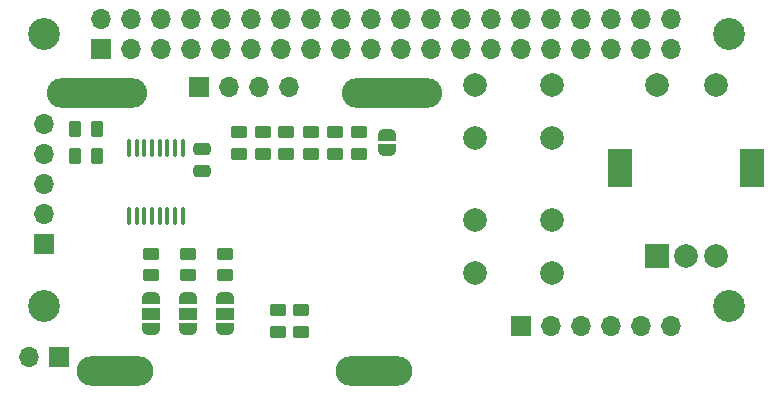
<source format=gbs>
G04 #@! TF.GenerationSoftware,KiCad,Pcbnew,(6.0.0)*
G04 #@! TF.CreationDate,2022-01-20T17:07:56-06:00*
G04 #@! TF.ProjectId,ctrl_board,6374726c-5f62-46f6-9172-642e6b696361,rev?*
G04 #@! TF.SameCoordinates,Original*
G04 #@! TF.FileFunction,Soldermask,Bot*
G04 #@! TF.FilePolarity,Negative*
%FSLAX46Y46*%
G04 Gerber Fmt 4.6, Leading zero omitted, Abs format (unit mm)*
G04 Created by KiCad (PCBNEW (6.0.0)) date 2022-01-20 17:07:56*
%MOMM*%
%LPD*%
G01*
G04 APERTURE LIST*
G04 Aperture macros list*
%AMRoundRect*
0 Rectangle with rounded corners*
0 $1 Rounding radius*
0 $2 $3 $4 $5 $6 $7 $8 $9 X,Y pos of 4 corners*
0 Add a 4 corners polygon primitive as box body*
4,1,4,$2,$3,$4,$5,$6,$7,$8,$9,$2,$3,0*
0 Add four circle primitives for the rounded corners*
1,1,$1+$1,$2,$3*
1,1,$1+$1,$4,$5*
1,1,$1+$1,$6,$7*
1,1,$1+$1,$8,$9*
0 Add four rect primitives between the rounded corners*
20,1,$1+$1,$2,$3,$4,$5,0*
20,1,$1+$1,$4,$5,$6,$7,0*
20,1,$1+$1,$6,$7,$8,$9,0*
20,1,$1+$1,$8,$9,$2,$3,0*%
%AMFreePoly0*
4,1,22,0.500000,-0.750000,0.000000,-0.750000,0.000000,-0.745033,-0.079941,-0.743568,-0.215256,-0.701293,-0.333266,-0.622738,-0.424486,-0.514219,-0.481581,-0.384460,-0.499164,-0.250000,-0.500000,-0.250000,-0.500000,0.250000,-0.499164,0.250000,-0.499963,0.256109,-0.478152,0.396186,-0.417904,0.524511,-0.324060,0.630769,-0.204165,0.706417,-0.067858,0.745374,0.000000,0.744959,0.000000,0.750000,
0.500000,0.750000,0.500000,-0.750000,0.500000,-0.750000,$1*%
%AMFreePoly1*
4,1,20,0.000000,0.744959,0.073905,0.744508,0.209726,0.703889,0.328688,0.626782,0.421226,0.519385,0.479903,0.390333,0.500000,0.250000,0.500000,-0.250000,0.499851,-0.262216,0.476331,-0.402017,0.414519,-0.529596,0.319384,-0.634700,0.198574,-0.708877,0.061801,-0.746166,0.000000,-0.745033,0.000000,-0.750000,-0.500000,-0.750000,-0.500000,0.750000,0.000000,0.750000,0.000000,0.744959,
0.000000,0.744959,$1*%
%AMFreePoly2*
4,1,22,0.550000,-0.750000,0.000000,-0.750000,0.000000,-0.745033,-0.079941,-0.743568,-0.215256,-0.701293,-0.333266,-0.622738,-0.424486,-0.514219,-0.481581,-0.384460,-0.499164,-0.250000,-0.500000,-0.250000,-0.500000,0.250000,-0.499164,0.250000,-0.499963,0.256109,-0.478152,0.396186,-0.417904,0.524511,-0.324060,0.630769,-0.204165,0.706417,-0.067858,0.745374,0.000000,0.744959,0.000000,0.750000,
0.550000,0.750000,0.550000,-0.750000,0.550000,-0.750000,$1*%
%AMFreePoly3*
4,1,20,0.000000,0.744959,0.073905,0.744508,0.209726,0.703889,0.328688,0.626782,0.421226,0.519385,0.479903,0.390333,0.500000,0.250000,0.500000,-0.250000,0.499851,-0.262216,0.476331,-0.402017,0.414519,-0.529596,0.319384,-0.634700,0.198574,-0.708877,0.061801,-0.746166,0.000000,-0.745033,0.000000,-0.750000,-0.550000,-0.750000,-0.550000,0.750000,0.000000,0.750000,0.000000,0.744959,
0.000000,0.744959,$1*%
G04 Aperture macros list end*
%ADD10C,2.700000*%
%ADD11C,2.000000*%
%ADD12R,1.700000X1.700000*%
%ADD13O,1.700000X1.700000*%
%ADD14O,8.500000X2.500000*%
%ADD15O,6.500000X2.500000*%
%ADD16R,2.000000X2.000000*%
%ADD17R,2.000000X3.200000*%
%ADD18RoundRect,0.250000X-0.262500X-0.450000X0.262500X-0.450000X0.262500X0.450000X-0.262500X0.450000X0*%
%ADD19FreePoly0,90.000000*%
%ADD20FreePoly1,90.000000*%
%ADD21FreePoly2,90.000000*%
%ADD22R,1.500000X1.000000*%
%ADD23FreePoly3,90.000000*%
%ADD24RoundRect,0.250000X-0.450000X0.262500X-0.450000X-0.262500X0.450000X-0.262500X0.450000X0.262500X0*%
%ADD25RoundRect,0.250000X0.450000X-0.262500X0.450000X0.262500X-0.450000X0.262500X-0.450000X-0.262500X0*%
%ADD26RoundRect,0.100000X0.100000X-0.637500X0.100000X0.637500X-0.100000X0.637500X-0.100000X-0.637500X0*%
%ADD27RoundRect,0.250000X0.262500X0.450000X-0.262500X0.450000X-0.262500X-0.450000X0.262500X-0.450000X0*%
%ADD28RoundRect,0.250000X-0.475000X0.250000X-0.475000X-0.250000X0.475000X-0.250000X0.475000X0.250000X0*%
G04 APERTURE END LIST*
D10*
X203500000Y-120500000D03*
D11*
X246500000Y-101800000D03*
X240000000Y-101800000D03*
X246500000Y-106300000D03*
X240000000Y-106300000D03*
X246500000Y-117700000D03*
X240000000Y-117700000D03*
X246500000Y-113200000D03*
X240000000Y-113200000D03*
D12*
X216690000Y-102000000D03*
D13*
X219230000Y-102000000D03*
X221770000Y-102000000D03*
X224310000Y-102000000D03*
D14*
X208000000Y-102500000D03*
X233000000Y-102500000D03*
D15*
X209500000Y-126000000D03*
X231500000Y-126000000D03*
D12*
X243950000Y-122200000D03*
D13*
X246490000Y-122200000D03*
X249030000Y-122200000D03*
X251570000Y-122200000D03*
X254110000Y-122200000D03*
X256650000Y-122200000D03*
D16*
X255400000Y-116300000D03*
D11*
X260400000Y-116300000D03*
X257900000Y-116300000D03*
D17*
X263500000Y-108800000D03*
X252300000Y-108800000D03*
D11*
X260400000Y-101800000D03*
X255400000Y-101800000D03*
D10*
X203500000Y-97500000D03*
X261500000Y-97500000D03*
X261500000Y-120500000D03*
D12*
X208370000Y-98770000D03*
D13*
X208370000Y-96230000D03*
X210910000Y-98770000D03*
X210910000Y-96230000D03*
X213450000Y-98770000D03*
X213450000Y-96230000D03*
X215990000Y-98770000D03*
X215990000Y-96230000D03*
X218530000Y-98770000D03*
X218530000Y-96230000D03*
X221070000Y-98770000D03*
X221070000Y-96230000D03*
X223610000Y-98770000D03*
X223610000Y-96230000D03*
X226150000Y-98770000D03*
X226150000Y-96230000D03*
X228690000Y-98770000D03*
X228690000Y-96230000D03*
X231230000Y-98770000D03*
X231230000Y-96230000D03*
X233770000Y-98770000D03*
X233770000Y-96230000D03*
X236310000Y-98770000D03*
X236310000Y-96230000D03*
X238850000Y-98770000D03*
X238850000Y-96230000D03*
X241390000Y-98770000D03*
X241390000Y-96230000D03*
X243930000Y-98770000D03*
X243930000Y-96230000D03*
X246470000Y-98770000D03*
X246470000Y-96230000D03*
X249010000Y-98770000D03*
X249010000Y-96230000D03*
X251550000Y-98770000D03*
X251550000Y-96230000D03*
X254090000Y-98770000D03*
X254090000Y-96230000D03*
X256630000Y-98770000D03*
X256630000Y-96230000D03*
D18*
X206187500Y-107800000D03*
X208012500Y-107800000D03*
D19*
X232600000Y-107300000D03*
D20*
X232600000Y-106000000D03*
D21*
X218859500Y-122471000D03*
D22*
X218859500Y-121171000D03*
D23*
X218859500Y-119871000D03*
D21*
X215716250Y-122471000D03*
D22*
X215716250Y-121171000D03*
D23*
X215716250Y-119871000D03*
D21*
X212573000Y-122471000D03*
D22*
X212573000Y-121171000D03*
D23*
X212573000Y-119871000D03*
D24*
X220038083Y-105780500D03*
X220038083Y-107605500D03*
X222070466Y-105780500D03*
X222070466Y-107605500D03*
D25*
X218859500Y-117892500D03*
X218859500Y-116067500D03*
X215700000Y-117892500D03*
X215700000Y-116067500D03*
X212573000Y-117892500D03*
X212573000Y-116067500D03*
D26*
X215275000Y-112862500D03*
X214625000Y-112862500D03*
X213975000Y-112862500D03*
X213325000Y-112862500D03*
X212675000Y-112862500D03*
X212025000Y-112862500D03*
X211375000Y-112862500D03*
X210725000Y-112862500D03*
X210725000Y-107137500D03*
X211375000Y-107137500D03*
X212025000Y-107137500D03*
X212675000Y-107137500D03*
X213325000Y-107137500D03*
X213975000Y-107137500D03*
X214625000Y-107137500D03*
X215275000Y-107137500D03*
D25*
X223300000Y-122712500D03*
X223300000Y-120887500D03*
X225274084Y-122712500D03*
X225274084Y-120887500D03*
D27*
X208012500Y-105500000D03*
X206187500Y-105500000D03*
D28*
X216900000Y-107200000D03*
X216900000Y-109100000D03*
D24*
X226135232Y-105780500D03*
X226135232Y-107605500D03*
X230200000Y-105780500D03*
X230200000Y-107605500D03*
X228167615Y-105780500D03*
X228167615Y-107605500D03*
D12*
X203500000Y-115270000D03*
D13*
X203500000Y-112730000D03*
X203500000Y-110190000D03*
X203500000Y-107650000D03*
X203500000Y-105110000D03*
D12*
X204770000Y-124800000D03*
D13*
X202230000Y-124800000D03*
D25*
X224000000Y-107625000D03*
X224000000Y-105800000D03*
M02*

</source>
